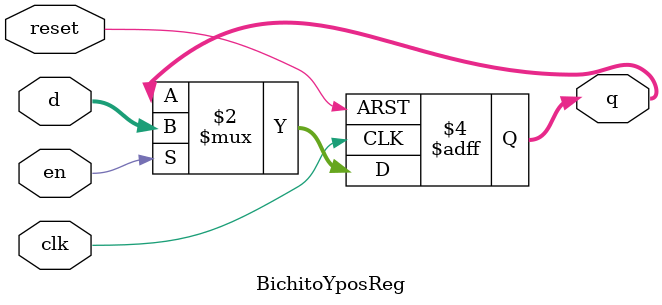
<source format=sv>
module BichitoYposReg #(parameter WIDTH = 8, 
								BASE_YPOS = 10'd240)
					(input logic clk, reset, en,
					input logic [WIDTH-1:0] d,
					output logic [WIDTH-1:0] q);
					
always_ff @(posedge clk, posedge reset)
	if (reset) q <= BASE_YPOS;
	else if (en) q <= d;
endmodule
</source>
